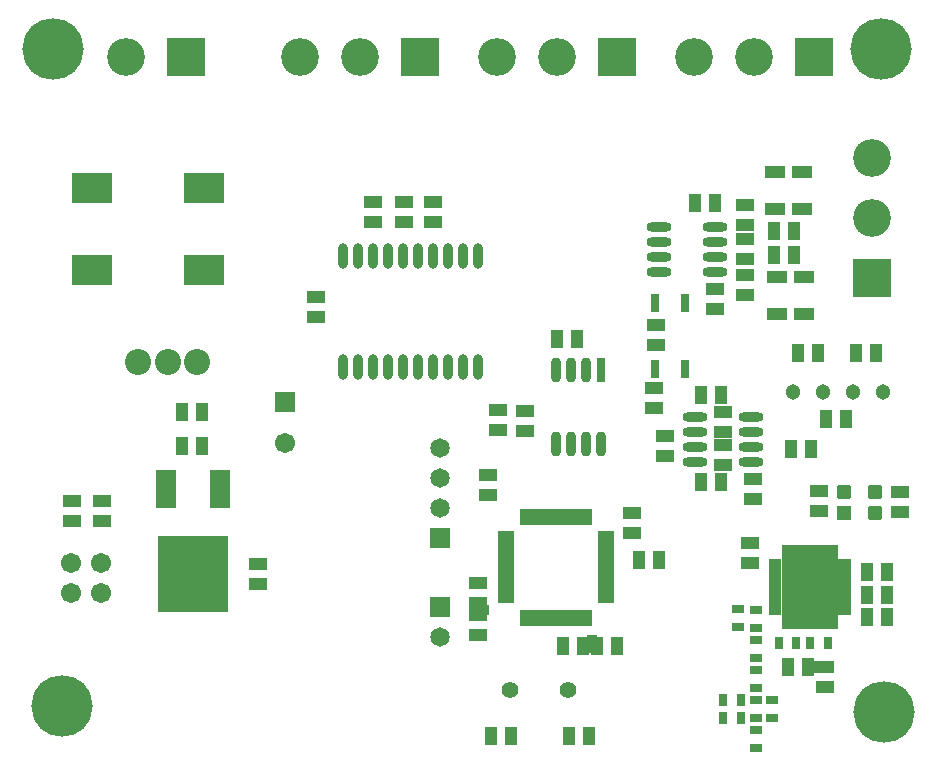
<source format=gts>
G04 Layer_Color=8388736*
%FSLAX25Y25*%
%MOIN*%
G70*
G01*
G75*
%ADD57R,0.02362X0.02362*%
%ADD58R,0.03700X0.06300*%
%ADD59R,0.05700X0.03600*%
%ADD60R,0.08300X0.04100*%
%ADD61R,0.19000X0.04500*%
%ADD62R,0.04500X0.18800*%
%ADD63R,0.19000X0.04800*%
%ADD64R,0.04300X0.19000*%
%ADD65R,0.24100X0.05700*%
%ADD66R,0.05700X0.24000*%
%ADD67R,0.05600X0.24100*%
%ADD68R,0.24000X0.05600*%
%ADD69R,0.06312X0.03950*%
%ADD70O,0.03162X0.08674*%
%ADD71R,0.13792X0.10249*%
%ADD72O,0.05528X0.01787*%
%ADD73O,0.01787X0.05528*%
%ADD74R,0.06315X0.03953*%
%ADD75R,0.03953X0.06315*%
%ADD76R,0.03953X0.02772*%
%ADD77R,0.02772X0.03953*%
%ADD78R,0.07102X0.12614*%
%ADD79R,0.23638X0.25213*%
%ADD80R,0.18913X0.18913*%
G04:AMPARAMS|DCode=81|XSize=37.56mil|YSize=19.84mil|CornerRadius=6.97mil|HoleSize=0mil|Usage=FLASHONLY|Rotation=270.000|XOffset=0mil|YOffset=0mil|HoleType=Round|Shape=RoundedRectangle|*
%AMROUNDEDRECTD81*
21,1,0.03756,0.00591,0,0,270.0*
21,1,0.02362,0.01984,0,0,270.0*
1,1,0.01394,-0.00295,-0.01181*
1,1,0.01394,-0.00295,0.01181*
1,1,0.01394,0.00295,0.01181*
1,1,0.01394,0.00295,-0.01181*
%
%ADD81ROUNDEDRECTD81*%
G04:AMPARAMS|DCode=82|XSize=37.56mil|YSize=19.84mil|CornerRadius=6.97mil|HoleSize=0mil|Usage=FLASHONLY|Rotation=180.000|XOffset=0mil|YOffset=0mil|HoleType=Round|Shape=RoundedRectangle|*
%AMROUNDEDRECTD82*
21,1,0.03756,0.00591,0,0,180.0*
21,1,0.02362,0.01984,0,0,180.0*
1,1,0.01394,-0.01181,0.00295*
1,1,0.01394,0.01181,0.00295*
1,1,0.01394,0.01181,-0.00295*
1,1,0.01394,-0.01181,-0.00295*
%
%ADD82ROUNDEDRECTD82*%
G04:AMPARAMS|DCode=83|XSize=47.37mil|YSize=47.37mil|CornerRadius=9.9mil|HoleSize=0mil|Usage=FLASHONLY|Rotation=0.000|XOffset=0mil|YOffset=0mil|HoleType=Round|Shape=RoundedRectangle|*
%AMROUNDEDRECTD83*
21,1,0.04737,0.02756,0,0,0.0*
21,1,0.02756,0.04737,0,0,0.0*
1,1,0.01981,0.01378,-0.01378*
1,1,0.01981,-0.01378,-0.01378*
1,1,0.01981,-0.01378,0.01378*
1,1,0.01981,0.01378,0.01378*
%
%ADD83ROUNDEDRECTD83*%
%ADD84R,0.04737X0.04737*%
%ADD85R,0.03165X0.06315*%
%ADD86O,0.08283X0.03165*%
%ADD87R,0.03165X0.08283*%
G04:AMPARAMS|DCode=88|XSize=31.65mil|YSize=82.83mil|CornerRadius=14.65mil|HoleSize=0mil|Usage=FLASHONLY|Rotation=0.000|XOffset=0mil|YOffset=0mil|HoleType=Round|Shape=RoundedRectangle|*
%AMROUNDEDRECTD88*
21,1,0.03165,0.05354,0,0,0.0*
21,1,0.00236,0.08283,0,0,0.0*
1,1,0.02929,0.00118,-0.02677*
1,1,0.02929,-0.00118,-0.02677*
1,1,0.02929,-0.00118,0.02677*
1,1,0.02929,0.00118,0.02677*
%
%ADD88ROUNDEDRECTD88*%
%ADD89R,0.07102X0.04347*%
%ADD90R,0.03950X0.06312*%
%ADD91R,0.12611X0.12611*%
%ADD92C,0.12611*%
%ADD93C,0.06512*%
%ADD94R,0.06512X0.06512*%
%ADD95C,0.06706*%
%ADD96R,0.06706X0.06706*%
%ADD97C,0.08677*%
%ADD98C,0.05524*%
%ADD99R,0.12611X0.12611*%
%ADD100C,0.05134*%
%ADD101C,0.20485*%
D57*
X-42115Y62015D02*
D03*
X-31485D02*
D03*
X-42115Y51385D02*
D03*
X-31485D02*
D03*
D58*
X-109450Y37750D02*
D03*
D59*
X-146350Y49000D02*
D03*
D60*
X-32950Y30050D02*
D03*
D61*
X-36800Y68250D02*
D03*
D62*
X-25250Y56800D02*
D03*
D63*
X-36800Y45200D02*
D03*
D64*
X-48350Y56700D02*
D03*
D65*
X-121250Y80050D02*
D03*
D66*
X-138050Y63300D02*
D03*
D67*
X-104600Y63250D02*
D03*
D68*
X-121300Y46500D02*
D03*
D69*
X-182300Y185047D02*
D03*
Y178354D02*
D03*
X-172100Y185047D02*
D03*
Y178354D02*
D03*
X-162200Y185047D02*
D03*
Y178354D02*
D03*
X-282700Y78654D02*
D03*
Y85347D02*
D03*
X-272700Y78654D02*
D03*
Y85347D02*
D03*
D70*
X-147200Y167004D02*
D03*
X-152200D02*
D03*
X-157200D02*
D03*
X-162200D02*
D03*
X-167200D02*
D03*
X-172200D02*
D03*
X-177200D02*
D03*
X-182200D02*
D03*
X-187200D02*
D03*
X-192200D02*
D03*
X-147200Y129996D02*
D03*
X-152200D02*
D03*
X-157200D02*
D03*
X-162200D02*
D03*
X-167200D02*
D03*
X-172200D02*
D03*
X-177200D02*
D03*
X-182200D02*
D03*
X-187200D02*
D03*
X-192200D02*
D03*
D71*
X-275900Y162419D02*
D03*
Y189781D02*
D03*
X-238700Y189881D02*
D03*
Y162519D02*
D03*
D72*
X-138032Y52373D02*
D03*
Y54342D02*
D03*
Y56310D02*
D03*
Y58279D02*
D03*
Y60247D02*
D03*
Y62216D02*
D03*
Y64184D02*
D03*
Y66153D02*
D03*
Y68121D02*
D03*
Y70090D02*
D03*
Y72058D02*
D03*
Y74027D02*
D03*
X-104568D02*
D03*
Y72058D02*
D03*
Y70090D02*
D03*
Y68121D02*
D03*
Y66153D02*
D03*
Y64184D02*
D03*
Y62216D02*
D03*
Y60247D02*
D03*
Y58279D02*
D03*
Y56310D02*
D03*
Y54342D02*
D03*
Y52373D02*
D03*
D73*
X-132127Y79932D02*
D03*
X-130158D02*
D03*
X-128190D02*
D03*
X-126221D02*
D03*
X-124253D02*
D03*
X-122284D02*
D03*
X-120316D02*
D03*
X-118347D02*
D03*
X-116379D02*
D03*
X-114410D02*
D03*
X-112442D02*
D03*
X-110473D02*
D03*
Y46468D02*
D03*
X-112442D02*
D03*
X-114410D02*
D03*
X-116379D02*
D03*
X-118347D02*
D03*
X-120316D02*
D03*
X-122284D02*
D03*
X-124253D02*
D03*
X-126221D02*
D03*
X-128190D02*
D03*
X-130158D02*
D03*
X-132127D02*
D03*
D74*
X-31800Y23354D02*
D03*
Y30046D02*
D03*
X-147300Y47346D02*
D03*
Y40653D02*
D03*
X-33600Y88647D02*
D03*
Y81954D02*
D03*
X-220700Y57653D02*
D03*
Y64346D02*
D03*
X-6700Y81653D02*
D03*
Y88346D02*
D03*
X-201500Y146653D02*
D03*
Y153347D02*
D03*
X-131700Y115547D02*
D03*
Y108853D02*
D03*
X-140600Y115647D02*
D03*
Y108953D02*
D03*
X-147200Y58246D02*
D03*
Y51553D02*
D03*
X-55700Y86054D02*
D03*
Y92747D02*
D03*
X-85000Y100453D02*
D03*
Y107147D02*
D03*
X-96100Y81546D02*
D03*
Y74853D02*
D03*
X-144000Y87454D02*
D03*
Y94147D02*
D03*
X-68500Y156046D02*
D03*
Y149354D02*
D03*
X-58300Y184247D02*
D03*
Y177553D02*
D03*
X-88600Y122947D02*
D03*
Y116253D02*
D03*
X-88000Y144046D02*
D03*
Y137354D02*
D03*
X-58300Y172747D02*
D03*
Y166053D02*
D03*
Y160747D02*
D03*
Y154053D02*
D03*
X-65800Y108353D02*
D03*
Y115047D02*
D03*
Y104046D02*
D03*
Y97354D02*
D03*
X-56700Y64854D02*
D03*
Y71547D02*
D03*
D75*
X-246046Y115000D02*
D03*
X-239353D02*
D03*
X-17647Y46700D02*
D03*
X-10954D02*
D03*
Y54200D02*
D03*
X-17647D02*
D03*
X-37453Y30200D02*
D03*
X-44146D02*
D03*
X-119147Y37000D02*
D03*
X-112453D02*
D03*
X-87154Y65900D02*
D03*
X-93846D02*
D03*
X-34154Y134900D02*
D03*
X-40846D02*
D03*
X-107747Y37200D02*
D03*
X-101054D02*
D03*
X-136453Y7200D02*
D03*
X-143147D02*
D03*
X-117147D02*
D03*
X-110453D02*
D03*
X-31346Y112900D02*
D03*
X-24654D02*
D03*
X-43146Y102700D02*
D03*
X-36454D02*
D03*
X-48647Y175400D02*
D03*
X-41954D02*
D03*
X-48647Y167400D02*
D03*
X-41954D02*
D03*
X-246146Y103900D02*
D03*
X-239454D02*
D03*
X-21247Y134800D02*
D03*
X-14554D02*
D03*
X-10853Y61600D02*
D03*
X-17547D02*
D03*
X-121046Y139400D02*
D03*
X-114354D02*
D03*
X-75046Y184600D02*
D03*
X-68353D02*
D03*
D76*
X-49300Y19153D02*
D03*
Y13247D02*
D03*
X-54800Y49153D02*
D03*
Y43247D02*
D03*
Y3247D02*
D03*
Y9153D02*
D03*
Y33247D02*
D03*
Y39153D02*
D03*
X-60800Y49251D02*
D03*
Y43346D02*
D03*
X-54800Y13149D02*
D03*
Y19054D02*
D03*
Y23149D02*
D03*
Y29054D02*
D03*
D77*
X-59847Y13200D02*
D03*
X-65753D02*
D03*
X-65753Y19000D02*
D03*
X-59847D02*
D03*
X-30847Y38200D02*
D03*
X-36753D02*
D03*
X-41249D02*
D03*
X-47154D02*
D03*
D78*
X-233245Y89300D02*
D03*
X-251355D02*
D03*
D79*
X-242300Y60953D02*
D03*
D80*
X-36800Y56700D02*
D03*
D81*
X-29123Y44987D02*
D03*
X-31682D02*
D03*
X-34241D02*
D03*
X-36800D02*
D03*
X-39359D02*
D03*
X-41918D02*
D03*
X-44477D02*
D03*
X-29123Y68413D02*
D03*
X-31682D02*
D03*
X-34241D02*
D03*
X-36800D02*
D03*
X-39359D02*
D03*
X-41918D02*
D03*
X-44477D02*
D03*
D82*
X-25087Y49023D02*
D03*
Y51582D02*
D03*
Y54141D02*
D03*
Y56700D02*
D03*
Y59259D02*
D03*
Y61818D02*
D03*
Y64377D02*
D03*
X-48513Y64377D02*
D03*
Y61818D02*
D03*
Y59259D02*
D03*
Y56700D02*
D03*
Y54141D02*
D03*
Y51582D02*
D03*
Y49023D02*
D03*
D83*
X-25388Y88575D02*
D03*
X-15152D02*
D03*
Y81488D02*
D03*
D84*
X-25388D02*
D03*
D85*
X-88400Y129300D02*
D03*
X-78400D02*
D03*
Y151500D02*
D03*
X-88400D02*
D03*
D86*
X-74906Y113534D02*
D03*
Y108534D02*
D03*
Y103534D02*
D03*
Y98534D02*
D03*
X-56402Y113534D02*
D03*
Y108534D02*
D03*
Y103534D02*
D03*
Y98534D02*
D03*
X-68395Y161766D02*
D03*
Y166766D02*
D03*
Y171766D02*
D03*
Y176766D02*
D03*
X-86898Y161766D02*
D03*
Y166766D02*
D03*
Y171766D02*
D03*
Y176766D02*
D03*
D87*
X-106300Y128952D02*
D03*
D88*
X-111300D02*
D03*
X-116300D02*
D03*
X-121300D02*
D03*
X-106300Y104448D02*
D03*
X-111300D02*
D03*
X-116300D02*
D03*
X-121300D02*
D03*
D89*
X-39300Y182601D02*
D03*
Y195199D02*
D03*
X-38800Y160199D02*
D03*
Y147601D02*
D03*
X-48300Y195199D02*
D03*
Y182601D02*
D03*
X-47800Y160199D02*
D03*
Y147601D02*
D03*
D90*
X-73146Y120700D02*
D03*
X-66453D02*
D03*
X-73146Y91700D02*
D03*
X-66453D02*
D03*
D91*
X-166800Y233400D02*
D03*
X-101000D02*
D03*
X-35200D02*
D03*
X-244843D02*
D03*
D92*
X-206800D02*
D03*
X-186800D02*
D03*
X-141000D02*
D03*
X-121000D02*
D03*
X-75200D02*
D03*
X-55200D02*
D03*
X-264843D02*
D03*
X-16000Y179700D02*
D03*
Y199700D02*
D03*
D93*
X-160000Y103000D02*
D03*
Y93000D02*
D03*
Y83000D02*
D03*
Y40000D02*
D03*
D94*
Y73000D02*
D03*
Y50000D02*
D03*
D95*
X-211700Y104610D02*
D03*
X-272940Y64862D02*
D03*
Y54862D02*
D03*
X-282940Y64862D02*
D03*
Y54862D02*
D03*
D96*
X-211700Y118390D02*
D03*
D97*
X-250700Y131850D02*
D03*
X-260542D02*
D03*
X-240858D02*
D03*
D98*
X-117362Y22343D02*
D03*
X-136575D02*
D03*
D99*
X-16000Y159700D02*
D03*
D100*
X-12500Y121900D02*
D03*
X-22500D02*
D03*
X-32500D02*
D03*
X-42500D02*
D03*
D101*
X-289000Y236000D02*
D03*
X-12000Y15000D02*
D03*
X-13000Y236000D02*
D03*
X-286000Y17000D02*
D03*
M02*

</source>
